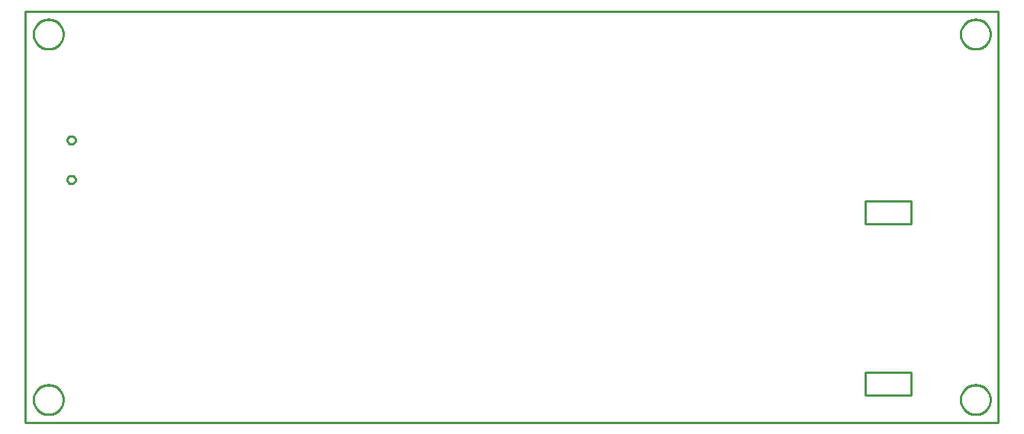
<source format=gbr>
G04 EAGLE Gerber RS-274X export*
G75*
%MOMM*%
%FSLAX34Y34*%
%LPD*%
%IN*%
%IPPOS*%
%AMOC8*
5,1,8,0,0,1.08239X$1,22.5*%
G01*
%ADD10C,0.254000*%


D10*
X0Y0D02*
X1079500Y0D01*
X1079500Y457200D01*
X0Y457200D01*
X0Y0D01*
X932180Y30480D02*
X982980Y30480D01*
X982980Y55880D01*
X932180Y55880D01*
X932180Y30480D01*
X932180Y220980D02*
X982980Y220980D01*
X982980Y246380D01*
X932180Y246380D01*
X932180Y220980D01*
X41910Y24860D02*
X41839Y23781D01*
X41698Y22709D01*
X41487Y21649D01*
X41208Y20605D01*
X40860Y19581D01*
X40446Y18583D01*
X39968Y17613D01*
X39428Y16677D01*
X38827Y15778D01*
X38169Y14921D01*
X37457Y14108D01*
X36692Y13344D01*
X35879Y12631D01*
X35022Y11973D01*
X34123Y11372D01*
X33187Y10832D01*
X32217Y10354D01*
X31219Y9940D01*
X30195Y9592D01*
X29151Y9313D01*
X28091Y9102D01*
X27019Y8961D01*
X25940Y8890D01*
X24860Y8890D01*
X23781Y8961D01*
X22709Y9102D01*
X21649Y9313D01*
X20605Y9592D01*
X19581Y9940D01*
X18583Y10354D01*
X17613Y10832D01*
X16677Y11372D01*
X15778Y11973D01*
X14921Y12631D01*
X14108Y13344D01*
X13344Y14108D01*
X12631Y14921D01*
X11973Y15778D01*
X11372Y16677D01*
X10832Y17613D01*
X10354Y18583D01*
X9940Y19581D01*
X9592Y20605D01*
X9313Y21649D01*
X9102Y22709D01*
X8961Y23781D01*
X8890Y24860D01*
X8890Y25940D01*
X8961Y27019D01*
X9102Y28091D01*
X9313Y29151D01*
X9592Y30195D01*
X9940Y31219D01*
X10354Y32217D01*
X10832Y33187D01*
X11372Y34123D01*
X11973Y35022D01*
X12631Y35879D01*
X13344Y36692D01*
X14108Y37457D01*
X14921Y38169D01*
X15778Y38827D01*
X16677Y39428D01*
X17613Y39968D01*
X18583Y40446D01*
X19581Y40860D01*
X20605Y41208D01*
X21649Y41487D01*
X22709Y41698D01*
X23781Y41839D01*
X24860Y41910D01*
X25940Y41910D01*
X27019Y41839D01*
X28091Y41698D01*
X29151Y41487D01*
X30195Y41208D01*
X31219Y40860D01*
X32217Y40446D01*
X33187Y39968D01*
X34123Y39428D01*
X35022Y38827D01*
X35879Y38169D01*
X36692Y37457D01*
X37457Y36692D01*
X38169Y35879D01*
X38827Y35022D01*
X39428Y34123D01*
X39968Y33187D01*
X40446Y32217D01*
X40860Y31219D01*
X41208Y30195D01*
X41487Y29151D01*
X41698Y28091D01*
X41839Y27019D01*
X41910Y25940D01*
X41910Y24860D01*
X41910Y431260D02*
X41839Y430181D01*
X41698Y429109D01*
X41487Y428049D01*
X41208Y427005D01*
X40860Y425981D01*
X40446Y424983D01*
X39968Y424013D01*
X39428Y423077D01*
X38827Y422178D01*
X38169Y421321D01*
X37457Y420508D01*
X36692Y419744D01*
X35879Y419031D01*
X35022Y418373D01*
X34123Y417772D01*
X33187Y417232D01*
X32217Y416754D01*
X31219Y416340D01*
X30195Y415992D01*
X29151Y415713D01*
X28091Y415502D01*
X27019Y415361D01*
X25940Y415290D01*
X24860Y415290D01*
X23781Y415361D01*
X22709Y415502D01*
X21649Y415713D01*
X20605Y415992D01*
X19581Y416340D01*
X18583Y416754D01*
X17613Y417232D01*
X16677Y417772D01*
X15778Y418373D01*
X14921Y419031D01*
X14108Y419744D01*
X13344Y420508D01*
X12631Y421321D01*
X11973Y422178D01*
X11372Y423077D01*
X10832Y424013D01*
X10354Y424983D01*
X9940Y425981D01*
X9592Y427005D01*
X9313Y428049D01*
X9102Y429109D01*
X8961Y430181D01*
X8890Y431260D01*
X8890Y432340D01*
X8961Y433419D01*
X9102Y434491D01*
X9313Y435551D01*
X9592Y436595D01*
X9940Y437619D01*
X10354Y438617D01*
X10832Y439587D01*
X11372Y440523D01*
X11973Y441422D01*
X12631Y442279D01*
X13344Y443092D01*
X14108Y443857D01*
X14921Y444569D01*
X15778Y445227D01*
X16677Y445828D01*
X17613Y446368D01*
X18583Y446846D01*
X19581Y447260D01*
X20605Y447608D01*
X21649Y447887D01*
X22709Y448098D01*
X23781Y448239D01*
X24860Y448310D01*
X25940Y448310D01*
X27019Y448239D01*
X28091Y448098D01*
X29151Y447887D01*
X30195Y447608D01*
X31219Y447260D01*
X32217Y446846D01*
X33187Y446368D01*
X34123Y445828D01*
X35022Y445227D01*
X35879Y444569D01*
X36692Y443857D01*
X37457Y443092D01*
X38169Y442279D01*
X38827Y441422D01*
X39428Y440523D01*
X39968Y439587D01*
X40446Y438617D01*
X40860Y437619D01*
X41208Y436595D01*
X41487Y435551D01*
X41698Y434491D01*
X41839Y433419D01*
X41910Y432340D01*
X41910Y431260D01*
X1070610Y431260D02*
X1070539Y430181D01*
X1070398Y429109D01*
X1070187Y428049D01*
X1069908Y427005D01*
X1069560Y425981D01*
X1069146Y424983D01*
X1068668Y424013D01*
X1068128Y423077D01*
X1067527Y422178D01*
X1066869Y421321D01*
X1066157Y420508D01*
X1065392Y419744D01*
X1064579Y419031D01*
X1063722Y418373D01*
X1062823Y417772D01*
X1061887Y417232D01*
X1060917Y416754D01*
X1059919Y416340D01*
X1058895Y415992D01*
X1057851Y415713D01*
X1056791Y415502D01*
X1055719Y415361D01*
X1054640Y415290D01*
X1053560Y415290D01*
X1052481Y415361D01*
X1051409Y415502D01*
X1050349Y415713D01*
X1049305Y415992D01*
X1048281Y416340D01*
X1047283Y416754D01*
X1046313Y417232D01*
X1045377Y417772D01*
X1044478Y418373D01*
X1043621Y419031D01*
X1042808Y419744D01*
X1042044Y420508D01*
X1041331Y421321D01*
X1040673Y422178D01*
X1040072Y423077D01*
X1039532Y424013D01*
X1039054Y424983D01*
X1038640Y425981D01*
X1038292Y427005D01*
X1038013Y428049D01*
X1037802Y429109D01*
X1037661Y430181D01*
X1037590Y431260D01*
X1037590Y432340D01*
X1037661Y433419D01*
X1037802Y434491D01*
X1038013Y435551D01*
X1038292Y436595D01*
X1038640Y437619D01*
X1039054Y438617D01*
X1039532Y439587D01*
X1040072Y440523D01*
X1040673Y441422D01*
X1041331Y442279D01*
X1042044Y443092D01*
X1042808Y443857D01*
X1043621Y444569D01*
X1044478Y445227D01*
X1045377Y445828D01*
X1046313Y446368D01*
X1047283Y446846D01*
X1048281Y447260D01*
X1049305Y447608D01*
X1050349Y447887D01*
X1051409Y448098D01*
X1052481Y448239D01*
X1053560Y448310D01*
X1054640Y448310D01*
X1055719Y448239D01*
X1056791Y448098D01*
X1057851Y447887D01*
X1058895Y447608D01*
X1059919Y447260D01*
X1060917Y446846D01*
X1061887Y446368D01*
X1062823Y445828D01*
X1063722Y445227D01*
X1064579Y444569D01*
X1065392Y443857D01*
X1066157Y443092D01*
X1066869Y442279D01*
X1067527Y441422D01*
X1068128Y440523D01*
X1068668Y439587D01*
X1069146Y438617D01*
X1069560Y437619D01*
X1069908Y436595D01*
X1070187Y435551D01*
X1070398Y434491D01*
X1070539Y433419D01*
X1070610Y432340D01*
X1070610Y431260D01*
X1070610Y24860D02*
X1070539Y23781D01*
X1070398Y22709D01*
X1070187Y21649D01*
X1069908Y20605D01*
X1069560Y19581D01*
X1069146Y18583D01*
X1068668Y17613D01*
X1068128Y16677D01*
X1067527Y15778D01*
X1066869Y14921D01*
X1066157Y14108D01*
X1065392Y13344D01*
X1064579Y12631D01*
X1063722Y11973D01*
X1062823Y11372D01*
X1061887Y10832D01*
X1060917Y10354D01*
X1059919Y9940D01*
X1058895Y9592D01*
X1057851Y9313D01*
X1056791Y9102D01*
X1055719Y8961D01*
X1054640Y8890D01*
X1053560Y8890D01*
X1052481Y8961D01*
X1051409Y9102D01*
X1050349Y9313D01*
X1049305Y9592D01*
X1048281Y9940D01*
X1047283Y10354D01*
X1046313Y10832D01*
X1045377Y11372D01*
X1044478Y11973D01*
X1043621Y12631D01*
X1042808Y13344D01*
X1042044Y14108D01*
X1041331Y14921D01*
X1040673Y15778D01*
X1040072Y16677D01*
X1039532Y17613D01*
X1039054Y18583D01*
X1038640Y19581D01*
X1038292Y20605D01*
X1038013Y21649D01*
X1037802Y22709D01*
X1037661Y23781D01*
X1037590Y24860D01*
X1037590Y25940D01*
X1037661Y27019D01*
X1037802Y28091D01*
X1038013Y29151D01*
X1038292Y30195D01*
X1038640Y31219D01*
X1039054Y32217D01*
X1039532Y33187D01*
X1040072Y34123D01*
X1040673Y35022D01*
X1041331Y35879D01*
X1042044Y36692D01*
X1042808Y37457D01*
X1043621Y38169D01*
X1044478Y38827D01*
X1045377Y39428D01*
X1046313Y39968D01*
X1047283Y40446D01*
X1048281Y40860D01*
X1049305Y41208D01*
X1050349Y41487D01*
X1051409Y41698D01*
X1052481Y41839D01*
X1053560Y41910D01*
X1054640Y41910D01*
X1055719Y41839D01*
X1056791Y41698D01*
X1057851Y41487D01*
X1058895Y41208D01*
X1059919Y40860D01*
X1060917Y40446D01*
X1061887Y39968D01*
X1062823Y39428D01*
X1063722Y38827D01*
X1064579Y38169D01*
X1065392Y37457D01*
X1066157Y36692D01*
X1066869Y35879D01*
X1067527Y35022D01*
X1068128Y34123D01*
X1068668Y33187D01*
X1069146Y32217D01*
X1069560Y31219D01*
X1069908Y30195D01*
X1070187Y29151D01*
X1070398Y28091D01*
X1070539Y27019D01*
X1070610Y25940D01*
X1070610Y24860D01*
X55300Y313805D02*
X55223Y313220D01*
X55070Y312650D01*
X54845Y312105D01*
X54550Y311595D01*
X54191Y311127D01*
X53773Y310709D01*
X53305Y310350D01*
X52795Y310055D01*
X52250Y309830D01*
X51680Y309677D01*
X51095Y309600D01*
X50505Y309600D01*
X49920Y309677D01*
X49350Y309830D01*
X48805Y310055D01*
X48295Y310350D01*
X47827Y310709D01*
X47409Y311127D01*
X47050Y311595D01*
X46755Y312105D01*
X46530Y312650D01*
X46377Y313220D01*
X46300Y313805D01*
X46300Y314395D01*
X46377Y314980D01*
X46530Y315550D01*
X46755Y316095D01*
X47050Y316605D01*
X47409Y317073D01*
X47827Y317491D01*
X48295Y317850D01*
X48805Y318145D01*
X49350Y318370D01*
X49920Y318523D01*
X50505Y318600D01*
X51095Y318600D01*
X51680Y318523D01*
X52250Y318370D01*
X52795Y318145D01*
X53305Y317850D01*
X53773Y317491D01*
X54191Y317073D01*
X54550Y316605D01*
X54845Y316095D01*
X55070Y315550D01*
X55223Y314980D01*
X55300Y314395D01*
X55300Y313805D01*
X55300Y269805D02*
X55223Y269220D01*
X55070Y268650D01*
X54845Y268105D01*
X54550Y267595D01*
X54191Y267127D01*
X53773Y266709D01*
X53305Y266350D01*
X52795Y266055D01*
X52250Y265830D01*
X51680Y265677D01*
X51095Y265600D01*
X50505Y265600D01*
X49920Y265677D01*
X49350Y265830D01*
X48805Y266055D01*
X48295Y266350D01*
X47827Y266709D01*
X47409Y267127D01*
X47050Y267595D01*
X46755Y268105D01*
X46530Y268650D01*
X46377Y269220D01*
X46300Y269805D01*
X46300Y270395D01*
X46377Y270980D01*
X46530Y271550D01*
X46755Y272095D01*
X47050Y272605D01*
X47409Y273073D01*
X47827Y273491D01*
X48295Y273850D01*
X48805Y274145D01*
X49350Y274370D01*
X49920Y274523D01*
X50505Y274600D01*
X51095Y274600D01*
X51680Y274523D01*
X52250Y274370D01*
X52795Y274145D01*
X53305Y273850D01*
X53773Y273491D01*
X54191Y273073D01*
X54550Y272605D01*
X54845Y272095D01*
X55070Y271550D01*
X55223Y270980D01*
X55300Y270395D01*
X55300Y269805D01*
M02*

</source>
